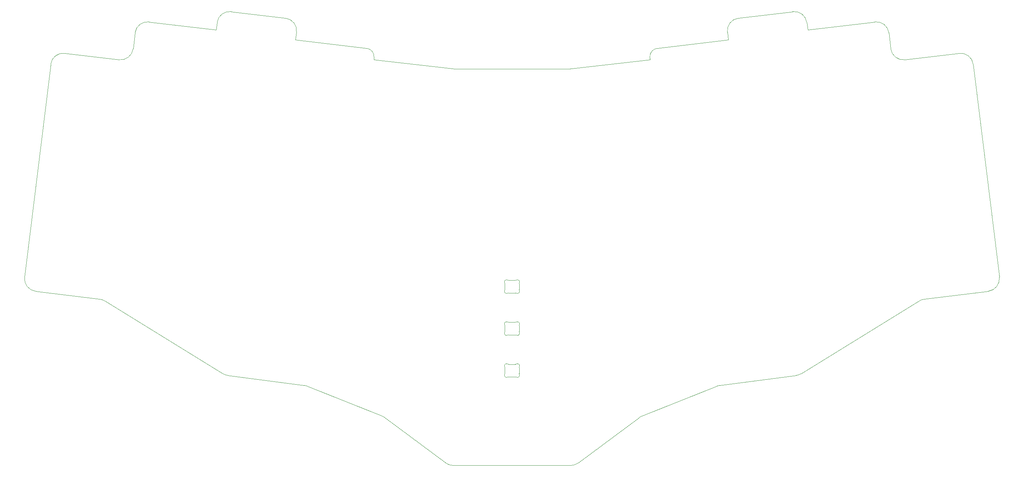
<source format=gbr>
%TF.GenerationSoftware,KiCad,Pcbnew,7.0.10-7.0.10~ubuntu22.04.1*%
%TF.CreationDate,2024-01-12T22:57:13+01:00*%
%TF.ProjectId,fatboy,66617462-6f79-42e6-9b69-6361645f7063,rev?*%
%TF.SameCoordinates,Original*%
%TF.FileFunction,Profile,NP*%
%FSLAX46Y46*%
G04 Gerber Fmt 4.6, Leading zero omitted, Abs format (unit mm)*
G04 Created by KiCad (PCBNEW 7.0.10-7.0.10~ubuntu22.04.1) date 2024-01-12 22:57:13*
%MOMM*%
%LPD*%
G01*
G04 APERTURE LIST*
%TA.AperFunction,Profile*%
%ADD10C,0.100000*%
%TD*%
G04 APERTURE END LIST*
D10*
X265985140Y-89127748D02*
G75*
G03*
X262647286Y-86525572I-2976340J-375952D01*
G01*
X263472316Y-173249011D02*
G75*
G03*
X264659206Y-172827904I-387416J2975111D01*
G01*
X128854642Y-86525572D02*
X141817155Y-88098858D01*
X309239049Y-153185341D02*
G75*
G03*
X311846604Y-149843316I-370249J2977141D01*
G01*
X128854639Y-86525593D02*
G75*
G03*
X125516827Y-89127754I-361339J-2978307D01*
G01*
X230358153Y-95278902D02*
X247310964Y-93215864D01*
X144190964Y-93215864D02*
X161143773Y-95278902D01*
X266210964Y-90915861D02*
X282187819Y-88976719D01*
X89209590Y-96469274D02*
G75*
G03*
X85877238Y-99083244I-354590J-2979026D01*
G01*
X293959078Y-155085278D02*
X309239055Y-153185387D01*
X247310964Y-93215864D02*
X247073936Y-91483736D01*
X181737541Y-194715863D02*
X209764386Y-194715861D01*
X226727908Y-182919482D02*
X244560694Y-175805594D01*
X109314110Y-88976714D02*
G75*
G03*
X105975112Y-91588397I-361510J-2978086D01*
G01*
X105505977Y-95400131D02*
X105975111Y-91588397D01*
X228660964Y-97965864D02*
X228610088Y-97467285D01*
X165457503Y-183302250D02*
G75*
G03*
X164774018Y-182919478I-1794703J-2403050D01*
G01*
X264659206Y-172827904D02*
X292755000Y-155508577D01*
X230358154Y-95278913D02*
G75*
G03*
X228610088Y-97467285I241646J-1985387D01*
G01*
X125290962Y-90915861D02*
X125516827Y-89127754D01*
X249684772Y-88098855D02*
X262647286Y-86525571D01*
X293959077Y-155085272D02*
G75*
G03*
X292755000Y-155508577I370123J-2976928D01*
G01*
X181815899Y-100165865D02*
X209686027Y-100165861D01*
X98746926Y-155508578D02*
X126842720Y-172827907D01*
X285526866Y-91588390D02*
G75*
G03*
X282187819Y-88976719I-2977566J-366510D01*
G01*
X305624687Y-99083243D02*
G75*
G03*
X302292338Y-96469269I-2977687J-364957D01*
G01*
X209686027Y-100165858D02*
G75*
G03*
X210034712Y-100145531I73J2999558D01*
G01*
X128029611Y-173249019D02*
X146217008Y-175617172D01*
X82262871Y-153185384D02*
X97542845Y-155085275D01*
X209764386Y-194715884D02*
G75*
G03*
X211559453Y-194119558I14J2999884D01*
G01*
X162891912Y-97467292D02*
G75*
G03*
X161143773Y-95278903I-1989712J202992D01*
G01*
X179942488Y-194119537D02*
G75*
G03*
X181737541Y-194715863I1795112J2403737D01*
G01*
X89209590Y-96469271D02*
X102173805Y-98012629D01*
X165457501Y-183302253D02*
X179942475Y-194119554D01*
X285526813Y-91588396D02*
X285995951Y-95400129D01*
X289328123Y-98012631D02*
X302292338Y-96469269D01*
X144427991Y-91483736D02*
X144190964Y-93215864D01*
X102173806Y-98012621D02*
G75*
G03*
X105505976Y-95400131I354594J2979021D01*
G01*
X126842713Y-172827918D02*
G75*
G03*
X128029611Y-173249019I1574187J2553718D01*
G01*
X162891839Y-97467285D02*
X162840963Y-97965861D01*
X211559453Y-194119558D02*
X226044425Y-183302250D01*
X146941237Y-175805587D02*
G75*
G03*
X146217008Y-175617172I-1111637J-2786813D01*
G01*
X285995998Y-95400123D02*
G75*
G03*
X289328123Y-98012630I2977502J366423D01*
G01*
X109314109Y-88976719D02*
X125290962Y-90915861D01*
X181467214Y-100145531D02*
G75*
G03*
X181815899Y-100165865I348586J2977731D01*
G01*
X245284920Y-175617169D02*
X263472317Y-173249018D01*
X210034712Y-100145532D02*
X228660964Y-97965864D01*
X79655258Y-149843308D02*
G75*
G03*
X82262871Y-153185383I2977842J-364892D01*
G01*
X162840963Y-97965861D02*
X181467214Y-100145529D01*
X305624690Y-99083243D02*
X311846604Y-149843316D01*
X146941235Y-175805592D02*
X164774018Y-182919478D01*
X144428021Y-91483740D02*
G75*
G03*
X141817155Y-88098859I-2972421J406640D01*
G01*
X265985097Y-89127753D02*
X266210964Y-90915861D01*
X226727915Y-182919499D02*
G75*
G03*
X226044425Y-183302250I1111685J-2786801D01*
G01*
X79655321Y-149843316D02*
X85877238Y-99083244D01*
X245284918Y-175617156D02*
G75*
G03*
X244560694Y-175805594I387382J-2974744D01*
G01*
X98746926Y-155508578D02*
G75*
G03*
X97542845Y-155085276I-1574226J-2553722D01*
G01*
X249684776Y-88098887D02*
G75*
G03*
X247073937Y-91483736I361424J-2978113D01*
G01*
%TO.C,LED3*%
X197456208Y-171389618D02*
X197456208Y-172795302D01*
X196550661Y-173592460D02*
X194961757Y-173592460D01*
X194961757Y-170592461D02*
X196550662Y-170592461D01*
X194056210Y-172795302D02*
X194056210Y-171389618D01*
X197456209Y-172795302D02*
G75*
G03*
X197505694Y-173012180I499989J-2D01*
G01*
X196802920Y-173660759D02*
G75*
G03*
X197505692Y-173012179I252259J431700D01*
G01*
X197505693Y-171172740D02*
G75*
G03*
X197456208Y-171389617I450505J-216876D01*
G01*
X197505693Y-171172740D02*
G75*
G03*
X196802920Y-170524162I-450514J216878D01*
G01*
X196550662Y-170592461D02*
G75*
G03*
X196802920Y-170524162I-3J500009D01*
G01*
X196802920Y-173660759D02*
G75*
G03*
X196550661Y-173592460I-252261J-431710D01*
G01*
X194709498Y-170524161D02*
G75*
G03*
X194961756Y-170592460I252261J431710D01*
G01*
X194961757Y-173592461D02*
G75*
G03*
X194709499Y-173660759I2J-500010D01*
G01*
X194006729Y-173012182D02*
G75*
G03*
X194709498Y-173660757I450510J-216879D01*
G01*
X194006726Y-173012180D02*
G75*
G03*
X194056210Y-172795303I-450877J216959D01*
G01*
X194709498Y-170524161D02*
G75*
G03*
X194006725Y-171172740I-252259J-431700D01*
G01*
X194056185Y-171389618D02*
G75*
G03*
X194006725Y-171172740I-499976J57D01*
G01*
%TO.C,LED1*%
X197456209Y-151389618D02*
X197456209Y-152795302D01*
X196550662Y-153592460D02*
X194961758Y-153592460D01*
X194961758Y-150592461D02*
X196550663Y-150592461D01*
X194056211Y-152795302D02*
X194056211Y-151389618D01*
X197456210Y-152795302D02*
G75*
G03*
X197505695Y-153012180I499989J-2D01*
G01*
X196802921Y-153660759D02*
G75*
G03*
X197505693Y-153012179I252259J431700D01*
G01*
X197505694Y-151172740D02*
G75*
G03*
X197456209Y-151389617I450505J-216876D01*
G01*
X197505694Y-151172740D02*
G75*
G03*
X196802921Y-150524162I-450514J216878D01*
G01*
X196550663Y-150592461D02*
G75*
G03*
X196802921Y-150524162I-3J500009D01*
G01*
X196802921Y-153660759D02*
G75*
G03*
X196550662Y-153592460I-252261J-431710D01*
G01*
X194709499Y-150524161D02*
G75*
G03*
X194961757Y-150592460I252261J431710D01*
G01*
X194961758Y-153592461D02*
G75*
G03*
X194709500Y-153660759I2J-500010D01*
G01*
X194006730Y-153012182D02*
G75*
G03*
X194709499Y-153660757I450510J-216879D01*
G01*
X194006727Y-153012180D02*
G75*
G03*
X194056211Y-152795303I-450877J216959D01*
G01*
X194709499Y-150524161D02*
G75*
G03*
X194006726Y-151172740I-252259J-431700D01*
G01*
X194056186Y-151389618D02*
G75*
G03*
X194006726Y-151172740I-499976J57D01*
G01*
%TO.C,LED2*%
X197456206Y-161389622D02*
X197456206Y-162795306D01*
X196550659Y-163592464D02*
X194961755Y-163592464D01*
X194961755Y-160592465D02*
X196550660Y-160592465D01*
X194056208Y-162795306D02*
X194056208Y-161389622D01*
X197456207Y-162795306D02*
G75*
G03*
X197505692Y-163012184I499989J-2D01*
G01*
X196802918Y-163660763D02*
G75*
G03*
X197505690Y-163012183I252259J431700D01*
G01*
X197505691Y-161172744D02*
G75*
G03*
X197456206Y-161389621I450505J-216876D01*
G01*
X197505691Y-161172744D02*
G75*
G03*
X196802918Y-160524166I-450514J216878D01*
G01*
X196550660Y-160592465D02*
G75*
G03*
X196802918Y-160524166I-3J500009D01*
G01*
X196802918Y-163660763D02*
G75*
G03*
X196550659Y-163592464I-252261J-431710D01*
G01*
X194709496Y-160524165D02*
G75*
G03*
X194961754Y-160592464I252261J431710D01*
G01*
X194961755Y-163592465D02*
G75*
G03*
X194709497Y-163660763I2J-500010D01*
G01*
X194006727Y-163012186D02*
G75*
G03*
X194709496Y-163660761I450510J-216879D01*
G01*
X194006724Y-163012184D02*
G75*
G03*
X194056208Y-162795307I-450877J216959D01*
G01*
X194709496Y-160524165D02*
G75*
G03*
X194006723Y-161172744I-252259J-431700D01*
G01*
X194056183Y-161389622D02*
G75*
G03*
X194006723Y-161172744I-499976J57D01*
G01*
%TD*%
M02*

</source>
